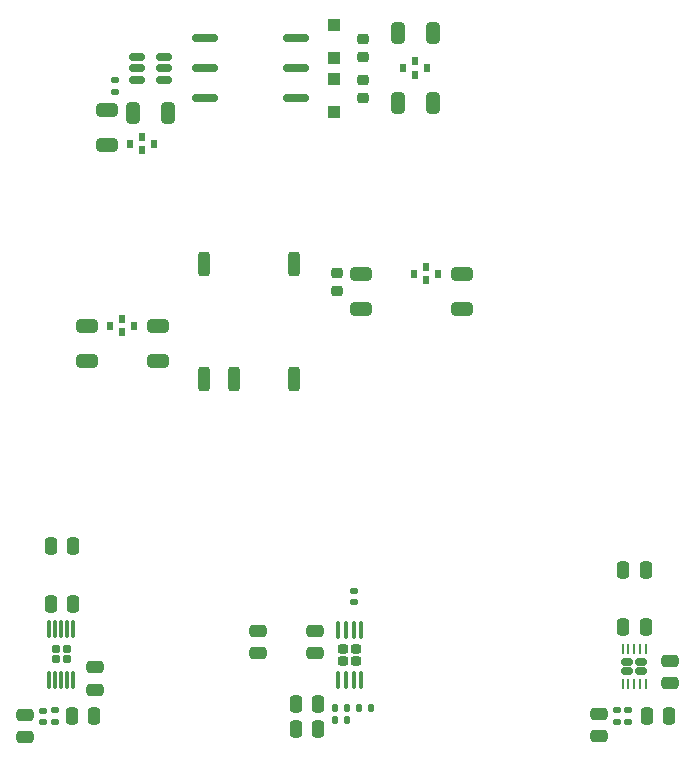
<source format=gbr>
%TF.GenerationSoftware,KiCad,Pcbnew,7.0.7*%
%TF.CreationDate,2023-11-17T01:25:33+08:00*%
%TF.ProjectId,Isolated Power Supply and LDO Verification,49736f6c-6174-4656-9420-506f77657220,rev?*%
%TF.SameCoordinates,Original*%
%TF.FileFunction,Paste,Top*%
%TF.FilePolarity,Positive*%
%FSLAX46Y46*%
G04 Gerber Fmt 4.6, Leading zero omitted, Abs format (unit mm)*
G04 Created by KiCad (PCBNEW 7.0.7) date 2023-11-17 01:25:33*
%MOMM*%
%LPD*%
G01*
G04 APERTURE LIST*
G04 Aperture macros list*
%AMRoundRect*
0 Rectangle with rounded corners*
0 $1 Rounding radius*
0 $2 $3 $4 $5 $6 $7 $8 $9 X,Y pos of 4 corners*
0 Add a 4 corners polygon primitive as box body*
4,1,4,$2,$3,$4,$5,$6,$7,$8,$9,$2,$3,0*
0 Add four circle primitives for the rounded corners*
1,1,$1+$1,$2,$3*
1,1,$1+$1,$4,$5*
1,1,$1+$1,$6,$7*
1,1,$1+$1,$8,$9*
0 Add four rect primitives between the rounded corners*
20,1,$1+$1,$2,$3,$4,$5,0*
20,1,$1+$1,$4,$5,$6,$7,0*
20,1,$1+$1,$6,$7,$8,$9,0*
20,1,$1+$1,$8,$9,$2,$3,0*%
G04 Aperture macros list end*
%ADD10RoundRect,0.135000X-0.135000X-0.185000X0.135000X-0.185000X0.135000X0.185000X-0.135000X0.185000X0*%
%ADD11RoundRect,0.167500X-0.312500X0.167500X-0.312500X-0.167500X0.312500X-0.167500X0.312500X0.167500X0*%
%ADD12RoundRect,0.062500X-0.062500X0.362500X-0.062500X-0.362500X0.062500X-0.362500X0.062500X0.362500X0*%
%ADD13RoundRect,0.225000X-0.250000X0.225000X-0.250000X-0.225000X0.250000X-0.225000X0.250000X0.225000X0*%
%ADD14R,0.600000X0.800000*%
%ADD15R,0.600000X0.650000*%
%ADD16RoundRect,0.135000X0.185000X-0.135000X0.185000X0.135000X-0.185000X0.135000X-0.185000X-0.135000X0*%
%ADD17RoundRect,0.250000X0.325000X0.650000X-0.325000X0.650000X-0.325000X-0.650000X0.325000X-0.650000X0*%
%ADD18RoundRect,0.140000X-0.140000X-0.170000X0.140000X-0.170000X0.140000X0.170000X-0.140000X0.170000X0*%
%ADD19RoundRect,0.250000X0.250000X0.475000X-0.250000X0.475000X-0.250000X-0.475000X0.250000X-0.475000X0*%
%ADD20RoundRect,0.250000X-0.300000X0.300000X-0.300000X-0.300000X0.300000X-0.300000X0.300000X0.300000X0*%
%ADD21RoundRect,0.250000X-0.650000X0.325000X-0.650000X-0.325000X0.650000X-0.325000X0.650000X0.325000X0*%
%ADD22RoundRect,0.250000X-0.325000X-0.650000X0.325000X-0.650000X0.325000X0.650000X-0.325000X0.650000X0*%
%ADD23RoundRect,0.250000X-0.475000X0.250000X-0.475000X-0.250000X0.475000X-0.250000X0.475000X0.250000X0*%
%ADD24RoundRect,0.150000X0.950000X0.150000X-0.950000X0.150000X-0.950000X-0.150000X0.950000X-0.150000X0*%
%ADD25RoundRect,0.250000X0.475000X-0.250000X0.475000X0.250000X-0.475000X0.250000X-0.475000X-0.250000X0*%
%ADD26RoundRect,0.250000X0.650000X-0.325000X0.650000X0.325000X-0.650000X0.325000X-0.650000X-0.325000X0*%
%ADD27RoundRect,0.140000X0.170000X-0.140000X0.170000X0.140000X-0.170000X0.140000X-0.170000X-0.140000X0*%
%ADD28RoundRect,0.225000X0.250000X-0.225000X0.250000X0.225000X-0.250000X0.225000X-0.250000X-0.225000X0*%
%ADD29RoundRect,0.250000X0.300000X-0.300000X0.300000X0.300000X-0.300000X0.300000X-0.300000X-0.300000X0*%
%ADD30RoundRect,0.150000X-0.512500X-0.150000X0.512500X-0.150000X0.512500X0.150000X-0.512500X0.150000X0*%
%ADD31RoundRect,0.197500X0.237500X-0.197500X0.237500X0.197500X-0.237500X0.197500X-0.237500X-0.197500X0*%
%ADD32RoundRect,0.100000X0.100000X-0.625000X0.100000X0.625000X-0.100000X0.625000X-0.100000X-0.625000X0*%
%ADD33RoundRect,0.140000X-0.170000X0.140000X-0.170000X-0.140000X0.170000X-0.140000X0.170000X0.140000X0*%
%ADD34RoundRect,0.250000X0.250000X-0.800000X0.250000X0.800000X-0.250000X0.800000X-0.250000X-0.800000X0*%
%ADD35RoundRect,0.170000X-0.210000X0.170000X-0.210000X-0.170000X0.210000X-0.170000X0.210000X0.170000X0*%
%ADD36RoundRect,0.075000X-0.075000X0.650000X-0.075000X-0.650000X0.075000X-0.650000X0.075000X0.650000X0*%
G04 APERTURE END LIST*
D10*
%TO.C,R104*%
X136660000Y-92650000D03*
X137680000Y-92650000D03*
%TD*%
D11*
%TO.C,U106*%
X160595001Y-88719999D03*
X159405001Y-88719999D03*
X160595001Y-89539999D03*
X159405001Y-89539999D03*
D12*
X161000001Y-87679999D03*
X160500001Y-87679999D03*
X160000001Y-87679999D03*
X159500001Y-87679999D03*
X159000001Y-87679999D03*
X159000001Y-90579999D03*
X159500001Y-90579999D03*
X160000001Y-90579999D03*
X160500001Y-90579999D03*
X161000001Y-90579999D03*
%TD*%
D13*
%TO.C,C119*%
X137040000Y-39475000D03*
X137040000Y-41025000D03*
%TD*%
D14*
%TO.C,C123*%
X140440000Y-38500000D03*
D15*
X141440000Y-37875000D03*
X141440000Y-39025000D03*
D14*
X142440000Y-38500000D03*
%TD*%
D16*
%TO.C,R102*%
X116040000Y-40510000D03*
X116040000Y-39490000D03*
%TD*%
D17*
%TO.C,C108*%
X120515000Y-42300000D03*
X117565000Y-42300000D03*
%TD*%
D18*
%TO.C,C112*%
X134690000Y-93699999D03*
X135650000Y-93699999D03*
%TD*%
D16*
%TO.C,R101*%
X110920000Y-93860000D03*
X110920000Y-92840000D03*
%TD*%
D19*
%TO.C,C133*%
X112470000Y-78949999D03*
X110570000Y-78949999D03*
%TD*%
%TO.C,C132*%
X160950001Y-85770000D03*
X159050001Y-85770000D03*
%TD*%
D17*
%TO.C,C124*%
X142915000Y-41400000D03*
X139965000Y-41400000D03*
%TD*%
D20*
%TO.C,D102*%
X134540000Y-39400001D03*
X134540000Y-42200001D03*
%TD*%
D19*
%TO.C,C113*%
X114270000Y-93350000D03*
X112370000Y-93350000D03*
%TD*%
D21*
%TO.C,C107*%
X113640000Y-60325000D03*
X113640000Y-63275000D03*
%TD*%
%TO.C,C117*%
X136840000Y-55925000D03*
X136840000Y-58875000D03*
%TD*%
D22*
%TO.C,C121*%
X139965000Y-35500000D03*
X142915000Y-35500000D03*
%TD*%
D14*
%TO.C,C110*%
X117340000Y-44900000D03*
D15*
X118340000Y-44275000D03*
X118340000Y-45425000D03*
D14*
X119340000Y-44900000D03*
%TD*%
D23*
%TO.C,C103*%
X128170000Y-86100000D03*
X128170000Y-88000000D03*
%TD*%
D24*
%TO.C,U105*%
X123690000Y-35960000D03*
X123690000Y-38500000D03*
X123690000Y-41040000D03*
X131390000Y-41040000D03*
X131390000Y-38500000D03*
X131390000Y-35960000D03*
%TD*%
D19*
%TO.C,C115*%
X133219999Y-92300000D03*
X131319999Y-92300000D03*
%TD*%
D23*
%TO.C,C130*%
X132970000Y-86100000D03*
X132970000Y-88000000D03*
%TD*%
D13*
%TO.C,C131*%
X134840000Y-55825000D03*
X134840000Y-57375000D03*
%TD*%
D14*
%TO.C,C120*%
X141340000Y-55900000D03*
D15*
X142340000Y-55275000D03*
X142340000Y-56425000D03*
D14*
X143340000Y-55900000D03*
%TD*%
D23*
%TO.C,C126*%
X157000000Y-93130000D03*
X157000000Y-95030000D03*
%TD*%
D19*
%TO.C,C129*%
X162950002Y-93330000D03*
X161050002Y-93330000D03*
%TD*%
D23*
%TO.C,C102*%
X108420001Y-93200000D03*
X108420001Y-95100000D03*
%TD*%
D25*
%TO.C,C128*%
X163000000Y-90530000D03*
X163000000Y-88630000D03*
%TD*%
D21*
%TO.C,C109*%
X119640000Y-60325000D03*
X119640000Y-63275000D03*
%TD*%
D26*
%TO.C,C106*%
X115340000Y-44975000D03*
X115340000Y-42025000D03*
%TD*%
D16*
%TO.C,R105*%
X159500000Y-93840000D03*
X159500000Y-92820000D03*
%TD*%
D10*
%TO.C,R103*%
X134660000Y-92650000D03*
X135680000Y-92650000D03*
%TD*%
D19*
%TO.C,C125*%
X160949999Y-80970000D03*
X159049999Y-80970000D03*
%TD*%
D27*
%TO.C,C104*%
X136270000Y-83680000D03*
X136270000Y-82720000D03*
%TD*%
D14*
%TO.C,C111*%
X115640000Y-60300000D03*
D15*
X116640000Y-59675000D03*
X116640000Y-60825000D03*
D14*
X117640000Y-60300000D03*
%TD*%
D19*
%TO.C,C116*%
X133220000Y-94400000D03*
X131320000Y-94400000D03*
%TD*%
D28*
%TO.C,C118*%
X137040000Y-37525000D03*
X137040000Y-35975000D03*
%TD*%
D29*
%TO.C,D101*%
X134540000Y-37600000D03*
X134540000Y-34800000D03*
%TD*%
D25*
%TO.C,C114*%
X114320000Y-91100000D03*
X114320000Y-89200000D03*
%TD*%
D19*
%TO.C,C101*%
X112470001Y-83850000D03*
X110570001Y-83850000D03*
%TD*%
D30*
%TO.C,U103*%
X117902500Y-37550000D03*
X117902500Y-38500000D03*
X117902500Y-39450000D03*
X120177500Y-39450000D03*
X120177500Y-38500000D03*
X120177500Y-37550000D03*
%TD*%
D31*
%TO.C,U101*%
X135370000Y-88650000D03*
X136450000Y-88650000D03*
X135370000Y-87670000D03*
X136450000Y-87670000D03*
D32*
X134935000Y-90310000D03*
X135585000Y-90310000D03*
X136235000Y-90310000D03*
X136885000Y-90310000D03*
X136885000Y-86010000D03*
X136235000Y-86010000D03*
X135585000Y-86010000D03*
X134935000Y-86010000D03*
%TD*%
D33*
%TO.C,C127*%
X158500000Y-92850000D03*
X158500000Y-93810000D03*
%TD*%
D34*
%TO.C,U104*%
X123590000Y-64750000D03*
X126130000Y-64750000D03*
X131210000Y-64750000D03*
X131210000Y-55030000D03*
X123590000Y-55030000D03*
%TD*%
D35*
%TO.C,U102*%
X111940000Y-87680000D03*
X111000000Y-87680000D03*
X111940000Y-88520000D03*
X111000000Y-88520000D03*
D36*
X112470000Y-85950000D03*
X111970000Y-85950000D03*
X111470000Y-85950000D03*
X110970000Y-85950000D03*
X110470000Y-85950000D03*
X110470000Y-90250000D03*
X110970000Y-90250000D03*
X111470000Y-90250000D03*
X111970000Y-90250000D03*
X112470000Y-90250000D03*
%TD*%
D21*
%TO.C,C122*%
X145440000Y-55925000D03*
X145440000Y-58875000D03*
%TD*%
D33*
%TO.C,C105*%
X109920000Y-92870000D03*
X109920000Y-93830000D03*
%TD*%
M02*

</source>
